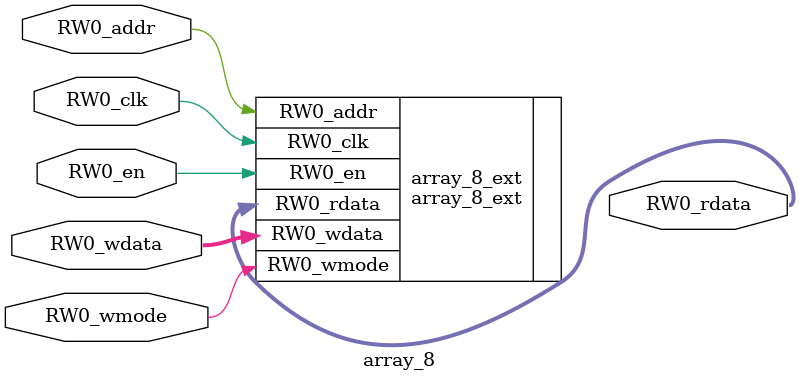
<source format=sv>
`ifndef RANDOMIZE
  `ifdef RANDOMIZE_MEM_INIT
    `define RANDOMIZE
  `endif // RANDOMIZE_MEM_INIT
`endif // not def RANDOMIZE
`ifndef RANDOMIZE
  `ifdef RANDOMIZE_REG_INIT
    `define RANDOMIZE
  `endif // RANDOMIZE_REG_INIT
`endif // not def RANDOMIZE

`ifndef RANDOM
  `define RANDOM $random
`endif // not def RANDOM

// Users can define INIT_RANDOM as general code that gets injected into the
// initializer block for modules with registers.
`ifndef INIT_RANDOM
  `define INIT_RANDOM
`endif // not def INIT_RANDOM

// If using random initialization, you can also define RANDOMIZE_DELAY to
// customize the delay used, otherwise 0.002 is used.
`ifndef RANDOMIZE_DELAY
  `define RANDOMIZE_DELAY 0.002
`endif // not def RANDOMIZE_DELAY

// Define INIT_RANDOM_PROLOG_ for use in our modules below.
`ifndef INIT_RANDOM_PROLOG_
  `ifdef RANDOMIZE
    `ifdef VERILATOR
      `define INIT_RANDOM_PROLOG_ `INIT_RANDOM
    `else  // VERILATOR
      `define INIT_RANDOM_PROLOG_ `INIT_RANDOM #`RANDOMIZE_DELAY begin end
    `endif // VERILATOR
  `else  // RANDOMIZE
    `define INIT_RANDOM_PROLOG_
  `endif // RANDOMIZE
`endif // not def INIT_RANDOM_PROLOG_

// Include register initializers in init blocks unless synthesis is set
`ifndef SYNTHESIS
  `ifndef ENABLE_INITIAL_REG_
    `define ENABLE_INITIAL_REG_
  `endif // not def ENABLE_INITIAL_REG_
`endif // not def SYNTHESIS

// Include rmemory initializers in init blocks unless synthesis is set
`ifndef SYNTHESIS
  `ifndef ENABLE_INITIAL_MEM_
    `define ENABLE_INITIAL_MEM_
  `endif // not def ENABLE_INITIAL_MEM_
`endif // not def SYNTHESIS

module array_8(
  input         RW0_addr,
  input         RW0_en,
  input         RW0_clk,
  input         RW0_wmode,
  input  [71:0] RW0_wdata,
  output [71:0] RW0_rdata
);

  array_8_ext array_8_ext (
    .RW0_addr  (RW0_addr),
    .RW0_en    (RW0_en),
    .RW0_clk   (RW0_clk),
    .RW0_wmode (RW0_wmode),
    .RW0_wdata (RW0_wdata),
    .RW0_rdata (RW0_rdata)
  );
endmodule


</source>
